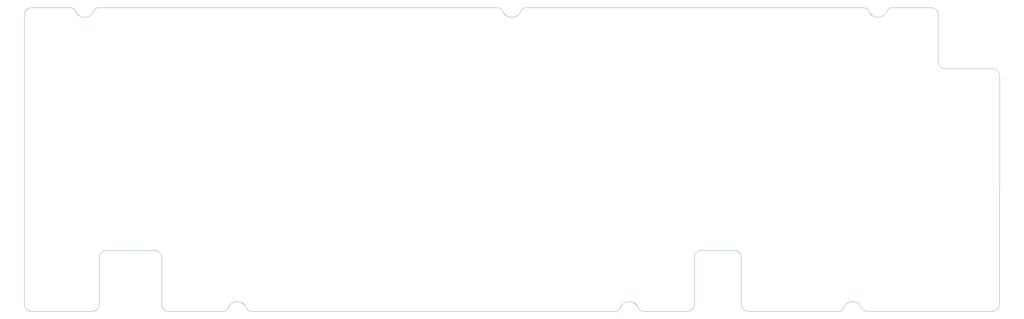
<source format=gbr>
%TF.GenerationSoftware,KiCad,Pcbnew,(6.0.1)*%
%TF.CreationDate,2022-06-09T19:08:30-07:00*%
%TF.ProjectId,artemis-65,61727465-6d69-4732-9d36-352e6b696361,rev?*%
%TF.SameCoordinates,Original*%
%TF.FileFunction,Profile,NP*%
%FSLAX46Y46*%
G04 Gerber Fmt 4.6, Leading zero omitted, Abs format (unit mm)*
G04 Created by KiCad (PCBNEW (6.0.1)) date 2022-06-09 19:08:30*
%MOMM*%
%LPD*%
G01*
G04 APERTURE LIST*
%TA.AperFunction,Profile*%
%ADD10C,0.050000*%
%TD*%
G04 APERTURE END LIST*
D10*
X24384000Y-109601000D02*
X24384000Y-94869000D01*
X305409600Y-109601000D02*
X305435000Y-38100000D01*
X70358000Y-110871000D02*
G75*
G03*
X64516000Y-110871000I-2921000J-889835D01*
G01*
X3177644Y-111757356D02*
X22225000Y-111760000D01*
X224790000Y-109601000D02*
G75*
G03*
X226949000Y-111760000I2158998J-2D01*
G01*
X24064631Y-16891000D02*
G75*
G03*
X22733000Y-17780000I1J-1441825D01*
G01*
X305435000Y-38100000D02*
G75*
G03*
X303276000Y-35941000I-2158998J2D01*
G01*
X226949000Y-111760000D02*
X255335369Y-111760000D01*
X263906000Y-111760000D02*
X303250600Y-111760000D01*
X43815000Y-94869000D02*
G75*
G03*
X41656000Y-92710000I-2158998J2D01*
G01*
X192786000Y-110871000D02*
G75*
G03*
X186944000Y-110871000I-2921000J-889835D01*
G01*
X22225000Y-111760000D02*
G75*
G03*
X24384000Y-109601000I2J2158998D01*
G01*
X185612369Y-111760000D02*
G75*
G03*
X186944000Y-110871000I-1J1441825D01*
G01*
X286257999Y-19050000D02*
G75*
G03*
X284099000Y-16888541I-2161461J-1D01*
G01*
X284099000Y-16888541D02*
X271714631Y-16886305D01*
X15494000Y-16891000D02*
X3177644Y-16893644D01*
X263144000Y-16886305D02*
X157414631Y-16891000D01*
X148844000Y-16891000D02*
X24064631Y-16891000D01*
X286260644Y-33779356D02*
X286258000Y-19050000D01*
X1018644Y-109598356D02*
X1018644Y-19052644D01*
X286260644Y-33779356D02*
G75*
G03*
X288419644Y-35938356I2158998J-2D01*
G01*
X255335369Y-111760000D02*
G75*
G03*
X256667000Y-110871000I-1J1441825D01*
G01*
X70358000Y-110871000D02*
G75*
G03*
X71755000Y-111760000I1396999J653141D01*
G01*
X262509000Y-110871000D02*
G75*
G03*
X256667000Y-110871000I-2921000J-889835D01*
G01*
X224790000Y-94869000D02*
X224790000Y-109601000D01*
X26543000Y-92710000D02*
G75*
G03*
X24384000Y-94869000I-2J-2158998D01*
G01*
X43817644Y-109598356D02*
G75*
G03*
X45976644Y-111757356I2158998J-2D01*
G01*
X3177644Y-16893644D02*
G75*
G03*
X1018644Y-19052644I-2J-2158998D01*
G01*
X224790000Y-94869000D02*
G75*
G03*
X222631000Y-92710000I-2158998J2D01*
G01*
X264541000Y-17775305D02*
G75*
G03*
X270383000Y-17775305I2921000J889835D01*
G01*
X63184369Y-111760000D02*
G75*
G03*
X64516000Y-110871000I-1J1441825D01*
G01*
X43815000Y-94869000D02*
X43817644Y-109598356D01*
X303276000Y-35941000D02*
X288419644Y-35938356D01*
X212344000Y-92710000D02*
X222631000Y-92710000D01*
X303250600Y-111760000D02*
G75*
G03*
X305409600Y-109601000I2J2158998D01*
G01*
X45976644Y-111757356D02*
X63184369Y-111760000D01*
X194183000Y-111760000D02*
X208026000Y-111762223D01*
X71755000Y-111760000D02*
X185612369Y-111760000D01*
X16891000Y-17780000D02*
G75*
G03*
X22733000Y-17780000I2921000J889835D01*
G01*
X208026000Y-111762223D02*
G75*
G03*
X210185000Y-109601000I-2224J2161223D01*
G01*
X271714631Y-16886305D02*
G75*
G03*
X270383000Y-17775305I1J-1441825D01*
G01*
X150241000Y-17780000D02*
G75*
G03*
X156083000Y-17780000I2921000J889835D01*
G01*
X1018644Y-109598356D02*
G75*
G03*
X3177644Y-111757356I2158998J-2D01*
G01*
X157414631Y-16891000D02*
G75*
G03*
X156083000Y-17780000I1J-1441825D01*
G01*
X264541000Y-17775305D02*
G75*
G03*
X263144000Y-16886305I-1396999J-653141D01*
G01*
X26543000Y-92710000D02*
X41656000Y-92710000D01*
X210185000Y-109601000D02*
X210185000Y-94869000D01*
X262509000Y-110871000D02*
G75*
G03*
X263906000Y-111760000I1396999J653141D01*
G01*
X150241000Y-17780000D02*
G75*
G03*
X148844000Y-16891000I-1396999J-653141D01*
G01*
X212344000Y-92710000D02*
G75*
G03*
X210185000Y-94869000I-2J-2158998D01*
G01*
X192786000Y-110871000D02*
G75*
G03*
X194183000Y-111760000I1396999J653141D01*
G01*
X16891000Y-17780000D02*
G75*
G03*
X15494000Y-16891000I-1396999J-653141D01*
G01*
M02*

</source>
